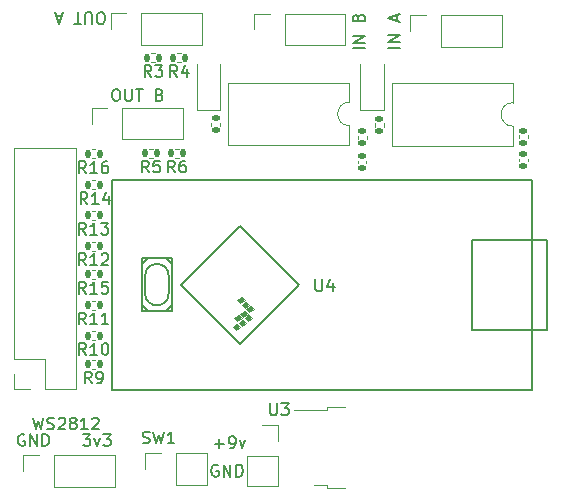
<source format=gto>
G04 #@! TF.GenerationSoftware,KiCad,Pcbnew,(6.0.5)*
G04 #@! TF.CreationDate,2022-06-14T17:18:27+02:00*
G04 #@! TF.ProjectId,midiperformer,6d696469-7065-4726-966f-726d65722e6b,rev?*
G04 #@! TF.SameCoordinates,Original*
G04 #@! TF.FileFunction,Legend,Top*
G04 #@! TF.FilePolarity,Positive*
%FSLAX46Y46*%
G04 Gerber Fmt 4.6, Leading zero omitted, Abs format (unit mm)*
G04 Created by KiCad (PCBNEW (6.0.5)) date 2022-06-14 17:18:27*
%MOMM*%
%LPD*%
G01*
G04 APERTURE LIST*
G04 Aperture macros list*
%AMRoundRect*
0 Rectangle with rounded corners*
0 $1 Rounding radius*
0 $2 $3 $4 $5 $6 $7 $8 $9 X,Y pos of 4 corners*
0 Add a 4 corners polygon primitive as box body*
4,1,4,$2,$3,$4,$5,$6,$7,$8,$9,$2,$3,0*
0 Add four circle primitives for the rounded corners*
1,1,$1+$1,$2,$3*
1,1,$1+$1,$4,$5*
1,1,$1+$1,$6,$7*
1,1,$1+$1,$8,$9*
0 Add four rect primitives between the rounded corners*
20,1,$1+$1,$2,$3,$4,$5,0*
20,1,$1+$1,$4,$5,$6,$7,0*
20,1,$1+$1,$6,$7,$8,$9,0*
20,1,$1+$1,$8,$9,$2,$3,0*%
G04 Aperture macros list end*
%ADD10C,0.150000*%
%ADD11C,0.120000*%
%ADD12C,0.100000*%
%ADD13RoundRect,0.135000X0.135000X0.185000X-0.135000X0.185000X-0.135000X-0.185000X0.135000X-0.185000X0*%
%ADD14R,1.700000X1.700000*%
%ADD15O,1.700000X1.700000*%
%ADD16R,1.200000X0.900000*%
%ADD17RoundRect,0.135000X-0.185000X0.135000X-0.185000X-0.135000X0.185000X-0.135000X0.185000X0.135000X0*%
%ADD18RoundRect,0.135000X0.185000X-0.135000X0.185000X0.135000X-0.185000X0.135000X-0.185000X-0.135000X0*%
%ADD19R,1.600000X1.600000*%
%ADD20C,1.600000*%
%ADD21RoundRect,0.140000X-0.170000X0.140000X-0.170000X-0.140000X0.170000X-0.140000X0.170000X0.140000X0*%
%ADD22O,1.600000X1.600000*%
%ADD23R,2.200000X1.200000*%
%ADD24R,6.400000X5.800000*%
%ADD25C,6.400000*%
G04 APERTURE END LIST*
D10*
X229652380Y-61804761D02*
X228652380Y-61804761D01*
X229652380Y-61328571D02*
X228652380Y-61328571D01*
X229652380Y-60757142D01*
X228652380Y-60757142D01*
X229128571Y-59185714D02*
X229176190Y-59042857D01*
X229223809Y-58995238D01*
X229319047Y-58947619D01*
X229461904Y-58947619D01*
X229557142Y-58995238D01*
X229604761Y-59042857D01*
X229652380Y-59138095D01*
X229652380Y-59519047D01*
X228652380Y-59519047D01*
X228652380Y-59185714D01*
X228700000Y-59090476D01*
X228747619Y-59042857D01*
X228842857Y-58995238D01*
X228938095Y-58995238D01*
X229033333Y-59042857D01*
X229080952Y-59090476D01*
X229128571Y-59185714D01*
X229128571Y-59519047D01*
X232652380Y-61733333D02*
X231652380Y-61733333D01*
X232652380Y-61257142D02*
X231652380Y-61257142D01*
X232652380Y-60685714D01*
X231652380Y-60685714D01*
X232366666Y-59495238D02*
X232366666Y-59019047D01*
X232652380Y-59590476D02*
X231652380Y-59257142D01*
X232652380Y-58923809D01*
X207409523Y-59747619D02*
X207219047Y-59747619D01*
X207123809Y-59700000D01*
X207028571Y-59604761D01*
X206980952Y-59414285D01*
X206980952Y-59080952D01*
X207028571Y-58890476D01*
X207123809Y-58795238D01*
X207219047Y-58747619D01*
X207409523Y-58747619D01*
X207504761Y-58795238D01*
X207600000Y-58890476D01*
X207647619Y-59080952D01*
X207647619Y-59414285D01*
X207600000Y-59604761D01*
X207504761Y-59700000D01*
X207409523Y-59747619D01*
X206552380Y-59747619D02*
X206552380Y-58938095D01*
X206504761Y-58842857D01*
X206457142Y-58795238D01*
X206361904Y-58747619D01*
X206171428Y-58747619D01*
X206076190Y-58795238D01*
X206028571Y-58842857D01*
X205980952Y-58938095D01*
X205980952Y-59747619D01*
X205647619Y-59747619D02*
X205076190Y-59747619D01*
X205361904Y-58747619D02*
X205361904Y-59747619D01*
X204028571Y-59033333D02*
X203552380Y-59033333D01*
X204123809Y-58747619D02*
X203790476Y-59747619D01*
X203457142Y-58747619D01*
X208519047Y-65252380D02*
X208709523Y-65252380D01*
X208804761Y-65300000D01*
X208900000Y-65395238D01*
X208947619Y-65585714D01*
X208947619Y-65919047D01*
X208900000Y-66109523D01*
X208804761Y-66204761D01*
X208709523Y-66252380D01*
X208519047Y-66252380D01*
X208423809Y-66204761D01*
X208328571Y-66109523D01*
X208280952Y-65919047D01*
X208280952Y-65585714D01*
X208328571Y-65395238D01*
X208423809Y-65300000D01*
X208519047Y-65252380D01*
X209376190Y-65252380D02*
X209376190Y-66061904D01*
X209423809Y-66157142D01*
X209471428Y-66204761D01*
X209566666Y-66252380D01*
X209757142Y-66252380D01*
X209852380Y-66204761D01*
X209900000Y-66157142D01*
X209947619Y-66061904D01*
X209947619Y-65252380D01*
X210280952Y-65252380D02*
X210852380Y-65252380D01*
X210566666Y-66252380D02*
X210566666Y-65252380D01*
X212280952Y-65728571D02*
X212423809Y-65776190D01*
X212471428Y-65823809D01*
X212519047Y-65919047D01*
X212519047Y-66061904D01*
X212471428Y-66157142D01*
X212423809Y-66204761D01*
X212328571Y-66252380D01*
X211947619Y-66252380D01*
X211947619Y-65252380D01*
X212280952Y-65252380D01*
X212376190Y-65300000D01*
X212423809Y-65347619D01*
X212471428Y-65442857D01*
X212471428Y-65538095D01*
X212423809Y-65633333D01*
X212376190Y-65680952D01*
X212280952Y-65728571D01*
X211947619Y-65728571D01*
X201590476Y-93052380D02*
X201828571Y-94052380D01*
X202019047Y-93338095D01*
X202209523Y-94052380D01*
X202447619Y-93052380D01*
X202780952Y-94004761D02*
X202923809Y-94052380D01*
X203161904Y-94052380D01*
X203257142Y-94004761D01*
X203304761Y-93957142D01*
X203352380Y-93861904D01*
X203352380Y-93766666D01*
X203304761Y-93671428D01*
X203257142Y-93623809D01*
X203161904Y-93576190D01*
X202971428Y-93528571D01*
X202876190Y-93480952D01*
X202828571Y-93433333D01*
X202780952Y-93338095D01*
X202780952Y-93242857D01*
X202828571Y-93147619D01*
X202876190Y-93100000D01*
X202971428Y-93052380D01*
X203209523Y-93052380D01*
X203352380Y-93100000D01*
X203733333Y-93147619D02*
X203780952Y-93100000D01*
X203876190Y-93052380D01*
X204114285Y-93052380D01*
X204209523Y-93100000D01*
X204257142Y-93147619D01*
X204304761Y-93242857D01*
X204304761Y-93338095D01*
X204257142Y-93480952D01*
X203685714Y-94052380D01*
X204304761Y-94052380D01*
X204876190Y-93480952D02*
X204780952Y-93433333D01*
X204733333Y-93385714D01*
X204685714Y-93290476D01*
X204685714Y-93242857D01*
X204733333Y-93147619D01*
X204780952Y-93100000D01*
X204876190Y-93052380D01*
X205066666Y-93052380D01*
X205161904Y-93100000D01*
X205209523Y-93147619D01*
X205257142Y-93242857D01*
X205257142Y-93290476D01*
X205209523Y-93385714D01*
X205161904Y-93433333D01*
X205066666Y-93480952D01*
X204876190Y-93480952D01*
X204780952Y-93528571D01*
X204733333Y-93576190D01*
X204685714Y-93671428D01*
X204685714Y-93861904D01*
X204733333Y-93957142D01*
X204780952Y-94004761D01*
X204876190Y-94052380D01*
X205066666Y-94052380D01*
X205161904Y-94004761D01*
X205209523Y-93957142D01*
X205257142Y-93861904D01*
X205257142Y-93671428D01*
X205209523Y-93576190D01*
X205161904Y-93528571D01*
X205066666Y-93480952D01*
X206209523Y-94052380D02*
X205638095Y-94052380D01*
X205923809Y-94052380D02*
X205923809Y-93052380D01*
X205828571Y-93195238D01*
X205733333Y-93290476D01*
X205638095Y-93338095D01*
X206590476Y-93147619D02*
X206638095Y-93100000D01*
X206733333Y-93052380D01*
X206971428Y-93052380D01*
X207066666Y-93100000D01*
X207114285Y-93147619D01*
X207161904Y-93242857D01*
X207161904Y-93338095D01*
X207114285Y-93480952D01*
X206542857Y-94052380D01*
X207161904Y-94052380D01*
X205809523Y-94452380D02*
X206428571Y-94452380D01*
X206095238Y-94833333D01*
X206238095Y-94833333D01*
X206333333Y-94880952D01*
X206380952Y-94928571D01*
X206428571Y-95023809D01*
X206428571Y-95261904D01*
X206380952Y-95357142D01*
X206333333Y-95404761D01*
X206238095Y-95452380D01*
X205952380Y-95452380D01*
X205857142Y-95404761D01*
X205809523Y-95357142D01*
X206761904Y-94785714D02*
X207000000Y-95452380D01*
X207238095Y-94785714D01*
X207523809Y-94452380D02*
X208142857Y-94452380D01*
X207809523Y-94833333D01*
X207952380Y-94833333D01*
X208047619Y-94880952D01*
X208095238Y-94928571D01*
X208142857Y-95023809D01*
X208142857Y-95261904D01*
X208095238Y-95357142D01*
X208047619Y-95404761D01*
X207952380Y-95452380D01*
X207666666Y-95452380D01*
X207571428Y-95404761D01*
X207523809Y-95357142D01*
X200838095Y-94500000D02*
X200742857Y-94452380D01*
X200600000Y-94452380D01*
X200457142Y-94500000D01*
X200361904Y-94595238D01*
X200314285Y-94690476D01*
X200266666Y-94880952D01*
X200266666Y-95023809D01*
X200314285Y-95214285D01*
X200361904Y-95309523D01*
X200457142Y-95404761D01*
X200600000Y-95452380D01*
X200695238Y-95452380D01*
X200838095Y-95404761D01*
X200885714Y-95357142D01*
X200885714Y-95023809D01*
X200695238Y-95023809D01*
X201314285Y-95452380D02*
X201314285Y-94452380D01*
X201885714Y-95452380D01*
X201885714Y-94452380D01*
X202361904Y-95452380D02*
X202361904Y-94452380D01*
X202600000Y-94452380D01*
X202742857Y-94500000D01*
X202838095Y-94595238D01*
X202885714Y-94690476D01*
X202933333Y-94880952D01*
X202933333Y-95023809D01*
X202885714Y-95214285D01*
X202838095Y-95309523D01*
X202742857Y-95404761D01*
X202600000Y-95452380D01*
X202361904Y-95452380D01*
X217238095Y-97100000D02*
X217142857Y-97052380D01*
X217000000Y-97052380D01*
X216857142Y-97100000D01*
X216761904Y-97195238D01*
X216714285Y-97290476D01*
X216666666Y-97480952D01*
X216666666Y-97623809D01*
X216714285Y-97814285D01*
X216761904Y-97909523D01*
X216857142Y-98004761D01*
X217000000Y-98052380D01*
X217095238Y-98052380D01*
X217238095Y-98004761D01*
X217285714Y-97957142D01*
X217285714Y-97623809D01*
X217095238Y-97623809D01*
X217714285Y-98052380D02*
X217714285Y-97052380D01*
X218285714Y-98052380D01*
X218285714Y-97052380D01*
X218761904Y-98052380D02*
X218761904Y-97052380D01*
X219000000Y-97052380D01*
X219142857Y-97100000D01*
X219238095Y-97195238D01*
X219285714Y-97290476D01*
X219333333Y-97480952D01*
X219333333Y-97623809D01*
X219285714Y-97814285D01*
X219238095Y-97909523D01*
X219142857Y-98004761D01*
X219000000Y-98052380D01*
X218761904Y-98052380D01*
X216961904Y-95271428D02*
X217723809Y-95271428D01*
X217342857Y-95652380D02*
X217342857Y-94890476D01*
X218247619Y-95652380D02*
X218438095Y-95652380D01*
X218533333Y-95604761D01*
X218580952Y-95557142D01*
X218676190Y-95414285D01*
X218723809Y-95223809D01*
X218723809Y-94842857D01*
X218676190Y-94747619D01*
X218628571Y-94700000D01*
X218533333Y-94652380D01*
X218342857Y-94652380D01*
X218247619Y-94700000D01*
X218200000Y-94747619D01*
X218152380Y-94842857D01*
X218152380Y-95080952D01*
X218200000Y-95176190D01*
X218247619Y-95223809D01*
X218342857Y-95271428D01*
X218533333Y-95271428D01*
X218628571Y-95223809D01*
X218676190Y-95176190D01*
X218723809Y-95080952D01*
X219057142Y-94985714D02*
X219295238Y-95652380D01*
X219533333Y-94985714D01*
X213783333Y-64222380D02*
X213450000Y-63746190D01*
X213211904Y-64222380D02*
X213211904Y-63222380D01*
X213592857Y-63222380D01*
X213688095Y-63270000D01*
X213735714Y-63317619D01*
X213783333Y-63412857D01*
X213783333Y-63555714D01*
X213735714Y-63650952D01*
X213688095Y-63698571D01*
X213592857Y-63746190D01*
X213211904Y-63746190D01*
X214640476Y-63555714D02*
X214640476Y-64222380D01*
X214402380Y-63174761D02*
X214164285Y-63889047D01*
X214783333Y-63889047D01*
X206057143Y-87762380D02*
X205723810Y-87286190D01*
X205485715Y-87762380D02*
X205485715Y-86762380D01*
X205866667Y-86762380D01*
X205961905Y-86810000D01*
X206009524Y-86857619D01*
X206057143Y-86952857D01*
X206057143Y-87095714D01*
X206009524Y-87190952D01*
X205961905Y-87238571D01*
X205866667Y-87286190D01*
X205485715Y-87286190D01*
X207009524Y-87762380D02*
X206438096Y-87762380D01*
X206723810Y-87762380D02*
X206723810Y-86762380D01*
X206628572Y-86905238D01*
X206533334Y-87000476D01*
X206438096Y-87048095D01*
X207628572Y-86762380D02*
X207723810Y-86762380D01*
X207819048Y-86810000D01*
X207866667Y-86857619D01*
X207914286Y-86952857D01*
X207961905Y-87143333D01*
X207961905Y-87381428D01*
X207914286Y-87571904D01*
X207866667Y-87667142D01*
X207819048Y-87714761D01*
X207723810Y-87762380D01*
X207628572Y-87762380D01*
X207533334Y-87714761D01*
X207485715Y-87667142D01*
X207438096Y-87571904D01*
X207390477Y-87381428D01*
X207390477Y-87143333D01*
X207438096Y-86952857D01*
X207485715Y-86857619D01*
X207533334Y-86810000D01*
X207628572Y-86762380D01*
X206533334Y-90162380D02*
X206200001Y-89686190D01*
X205961905Y-90162380D02*
X205961905Y-89162380D01*
X206342858Y-89162380D01*
X206438096Y-89210000D01*
X206485715Y-89257619D01*
X206533334Y-89352857D01*
X206533334Y-89495714D01*
X206485715Y-89590952D01*
X206438096Y-89638571D01*
X206342858Y-89686190D01*
X205961905Y-89686190D01*
X207009524Y-90162380D02*
X207200001Y-90162380D01*
X207295239Y-90114761D01*
X207342858Y-90067142D01*
X207438096Y-89924285D01*
X207485715Y-89733809D01*
X207485715Y-89352857D01*
X207438096Y-89257619D01*
X207390477Y-89210000D01*
X207295239Y-89162380D01*
X207104762Y-89162380D01*
X207009524Y-89210000D01*
X206961905Y-89257619D01*
X206914286Y-89352857D01*
X206914286Y-89590952D01*
X206961905Y-89686190D01*
X207009524Y-89733809D01*
X207104762Y-89781428D01*
X207295239Y-89781428D01*
X207390477Y-89733809D01*
X207438096Y-89686190D01*
X207485715Y-89590952D01*
X210866666Y-95204761D02*
X211009523Y-95252380D01*
X211247619Y-95252380D01*
X211342857Y-95204761D01*
X211390476Y-95157142D01*
X211438095Y-95061904D01*
X211438095Y-94966666D01*
X211390476Y-94871428D01*
X211342857Y-94823809D01*
X211247619Y-94776190D01*
X211057142Y-94728571D01*
X210961904Y-94680952D01*
X210914285Y-94633333D01*
X210866666Y-94538095D01*
X210866666Y-94442857D01*
X210914285Y-94347619D01*
X210961904Y-94300000D01*
X211057142Y-94252380D01*
X211295238Y-94252380D01*
X211438095Y-94300000D01*
X211771428Y-94252380D02*
X212009523Y-95252380D01*
X212200000Y-94538095D01*
X212390476Y-95252380D01*
X212628571Y-94252380D01*
X213533333Y-95252380D02*
X212961904Y-95252380D01*
X213247619Y-95252380D02*
X213247619Y-94252380D01*
X213152380Y-94395238D01*
X213057142Y-94490476D01*
X212961904Y-94538095D01*
X211388333Y-72297380D02*
X211055000Y-71821190D01*
X210816904Y-72297380D02*
X210816904Y-71297380D01*
X211197857Y-71297380D01*
X211293095Y-71345000D01*
X211340714Y-71392619D01*
X211388333Y-71487857D01*
X211388333Y-71630714D01*
X211340714Y-71725952D01*
X211293095Y-71773571D01*
X211197857Y-71821190D01*
X210816904Y-71821190D01*
X212293095Y-71297380D02*
X211816904Y-71297380D01*
X211769285Y-71773571D01*
X211816904Y-71725952D01*
X211912142Y-71678333D01*
X212150238Y-71678333D01*
X212245476Y-71725952D01*
X212293095Y-71773571D01*
X212340714Y-71868809D01*
X212340714Y-72106904D01*
X212293095Y-72202142D01*
X212245476Y-72249761D01*
X212150238Y-72297380D01*
X211912142Y-72297380D01*
X211816904Y-72249761D01*
X211769285Y-72202142D01*
X213588333Y-72297380D02*
X213255000Y-71821190D01*
X213016904Y-72297380D02*
X213016904Y-71297380D01*
X213397857Y-71297380D01*
X213493095Y-71345000D01*
X213540714Y-71392619D01*
X213588333Y-71487857D01*
X213588333Y-71630714D01*
X213540714Y-71725952D01*
X213493095Y-71773571D01*
X213397857Y-71821190D01*
X213016904Y-71821190D01*
X214445476Y-71297380D02*
X214255000Y-71297380D01*
X214159761Y-71345000D01*
X214112142Y-71392619D01*
X214016904Y-71535476D01*
X213969285Y-71725952D01*
X213969285Y-72106904D01*
X214016904Y-72202142D01*
X214064523Y-72249761D01*
X214159761Y-72297380D01*
X214350238Y-72297380D01*
X214445476Y-72249761D01*
X214493095Y-72202142D01*
X214540714Y-72106904D01*
X214540714Y-71868809D01*
X214493095Y-71773571D01*
X214445476Y-71725952D01*
X214350238Y-71678333D01*
X214159761Y-71678333D01*
X214064523Y-71725952D01*
X214016904Y-71773571D01*
X213969285Y-71868809D01*
X225488095Y-81352380D02*
X225488095Y-82161904D01*
X225535714Y-82257142D01*
X225583333Y-82304761D01*
X225678571Y-82352380D01*
X225869047Y-82352380D01*
X225964285Y-82304761D01*
X226011904Y-82257142D01*
X226059523Y-82161904D01*
X226059523Y-81352380D01*
X226964285Y-81685714D02*
X226964285Y-82352380D01*
X226726190Y-81304761D02*
X226488095Y-82019047D01*
X227107142Y-82019047D01*
X206057143Y-72362380D02*
X205723810Y-71886190D01*
X205485715Y-72362380D02*
X205485715Y-71362380D01*
X205866667Y-71362380D01*
X205961905Y-71410000D01*
X206009524Y-71457619D01*
X206057143Y-71552857D01*
X206057143Y-71695714D01*
X206009524Y-71790952D01*
X205961905Y-71838571D01*
X205866667Y-71886190D01*
X205485715Y-71886190D01*
X207009524Y-72362380D02*
X206438096Y-72362380D01*
X206723810Y-72362380D02*
X206723810Y-71362380D01*
X206628572Y-71505238D01*
X206533334Y-71600476D01*
X206438096Y-71648095D01*
X207866667Y-71362380D02*
X207676191Y-71362380D01*
X207580953Y-71410000D01*
X207533334Y-71457619D01*
X207438096Y-71600476D01*
X207390477Y-71790952D01*
X207390477Y-72171904D01*
X207438096Y-72267142D01*
X207485715Y-72314761D01*
X207580953Y-72362380D01*
X207771429Y-72362380D01*
X207866667Y-72314761D01*
X207914286Y-72267142D01*
X207961905Y-72171904D01*
X207961905Y-71933809D01*
X207914286Y-71838571D01*
X207866667Y-71790952D01*
X207771429Y-71743333D01*
X207580953Y-71743333D01*
X207485715Y-71790952D01*
X207438096Y-71838571D01*
X207390477Y-71933809D01*
X206057143Y-77562380D02*
X205723810Y-77086190D01*
X205485715Y-77562380D02*
X205485715Y-76562380D01*
X205866667Y-76562380D01*
X205961905Y-76610000D01*
X206009524Y-76657619D01*
X206057143Y-76752857D01*
X206057143Y-76895714D01*
X206009524Y-76990952D01*
X205961905Y-77038571D01*
X205866667Y-77086190D01*
X205485715Y-77086190D01*
X207009524Y-77562380D02*
X206438096Y-77562380D01*
X206723810Y-77562380D02*
X206723810Y-76562380D01*
X206628572Y-76705238D01*
X206533334Y-76800476D01*
X206438096Y-76848095D01*
X207342858Y-76562380D02*
X207961905Y-76562380D01*
X207628572Y-76943333D01*
X207771429Y-76943333D01*
X207866667Y-76990952D01*
X207914286Y-77038571D01*
X207961905Y-77133809D01*
X207961905Y-77371904D01*
X207914286Y-77467142D01*
X207866667Y-77514761D01*
X207771429Y-77562380D01*
X207485715Y-77562380D01*
X207390477Y-77514761D01*
X207342858Y-77467142D01*
X211583333Y-64222380D02*
X211250000Y-63746190D01*
X211011904Y-64222380D02*
X211011904Y-63222380D01*
X211392857Y-63222380D01*
X211488095Y-63270000D01*
X211535714Y-63317619D01*
X211583333Y-63412857D01*
X211583333Y-63555714D01*
X211535714Y-63650952D01*
X211488095Y-63698571D01*
X211392857Y-63746190D01*
X211011904Y-63746190D01*
X211916666Y-63222380D02*
X212535714Y-63222380D01*
X212202380Y-63603333D01*
X212345238Y-63603333D01*
X212440476Y-63650952D01*
X212488095Y-63698571D01*
X212535714Y-63793809D01*
X212535714Y-64031904D01*
X212488095Y-64127142D01*
X212440476Y-64174761D01*
X212345238Y-64222380D01*
X212059523Y-64222380D01*
X211964285Y-64174761D01*
X211916666Y-64127142D01*
X206167143Y-74992380D02*
X205833810Y-74516190D01*
X205595715Y-74992380D02*
X205595715Y-73992380D01*
X205976667Y-73992380D01*
X206071905Y-74040000D01*
X206119524Y-74087619D01*
X206167143Y-74182857D01*
X206167143Y-74325714D01*
X206119524Y-74420952D01*
X206071905Y-74468571D01*
X205976667Y-74516190D01*
X205595715Y-74516190D01*
X207119524Y-74992380D02*
X206548096Y-74992380D01*
X206833810Y-74992380D02*
X206833810Y-73992380D01*
X206738572Y-74135238D01*
X206643334Y-74230476D01*
X206548096Y-74278095D01*
X207976667Y-74325714D02*
X207976667Y-74992380D01*
X207738572Y-73944761D02*
X207500477Y-74659047D01*
X208119524Y-74659047D01*
X221638095Y-91852380D02*
X221638095Y-92661904D01*
X221685714Y-92757142D01*
X221733333Y-92804761D01*
X221828571Y-92852380D01*
X222019047Y-92852380D01*
X222114285Y-92804761D01*
X222161904Y-92757142D01*
X222209523Y-92661904D01*
X222209523Y-91852380D01*
X222590476Y-91852380D02*
X223209523Y-91852380D01*
X222876190Y-92233333D01*
X223019047Y-92233333D01*
X223114285Y-92280952D01*
X223161904Y-92328571D01*
X223209523Y-92423809D01*
X223209523Y-92661904D01*
X223161904Y-92757142D01*
X223114285Y-92804761D01*
X223019047Y-92852380D01*
X222733333Y-92852380D01*
X222638095Y-92804761D01*
X222590476Y-92757142D01*
X206057143Y-80162380D02*
X205723810Y-79686190D01*
X205485715Y-80162380D02*
X205485715Y-79162380D01*
X205866667Y-79162380D01*
X205961905Y-79210000D01*
X206009524Y-79257619D01*
X206057143Y-79352857D01*
X206057143Y-79495714D01*
X206009524Y-79590952D01*
X205961905Y-79638571D01*
X205866667Y-79686190D01*
X205485715Y-79686190D01*
X207009524Y-80162380D02*
X206438096Y-80162380D01*
X206723810Y-80162380D02*
X206723810Y-79162380D01*
X206628572Y-79305238D01*
X206533334Y-79400476D01*
X206438096Y-79448095D01*
X207390477Y-79257619D02*
X207438096Y-79210000D01*
X207533334Y-79162380D01*
X207771429Y-79162380D01*
X207866667Y-79210000D01*
X207914286Y-79257619D01*
X207961905Y-79352857D01*
X207961905Y-79448095D01*
X207914286Y-79590952D01*
X207342858Y-80162380D01*
X207961905Y-80162380D01*
X206057143Y-82562380D02*
X205723810Y-82086190D01*
X205485715Y-82562380D02*
X205485715Y-81562380D01*
X205866667Y-81562380D01*
X205961905Y-81610000D01*
X206009524Y-81657619D01*
X206057143Y-81752857D01*
X206057143Y-81895714D01*
X206009524Y-81990952D01*
X205961905Y-82038571D01*
X205866667Y-82086190D01*
X205485715Y-82086190D01*
X207009524Y-82562380D02*
X206438096Y-82562380D01*
X206723810Y-82562380D02*
X206723810Y-81562380D01*
X206628572Y-81705238D01*
X206533334Y-81800476D01*
X206438096Y-81848095D01*
X207914286Y-81562380D02*
X207438096Y-81562380D01*
X207390477Y-82038571D01*
X207438096Y-81990952D01*
X207533334Y-81943333D01*
X207771429Y-81943333D01*
X207866667Y-81990952D01*
X207914286Y-82038571D01*
X207961905Y-82133809D01*
X207961905Y-82371904D01*
X207914286Y-82467142D01*
X207866667Y-82514761D01*
X207771429Y-82562380D01*
X207533334Y-82562380D01*
X207438096Y-82514761D01*
X207390477Y-82467142D01*
X206057143Y-85162380D02*
X205723810Y-84686190D01*
X205485715Y-85162380D02*
X205485715Y-84162380D01*
X205866667Y-84162380D01*
X205961905Y-84210000D01*
X206009524Y-84257619D01*
X206057143Y-84352857D01*
X206057143Y-84495714D01*
X206009524Y-84590952D01*
X205961905Y-84638571D01*
X205866667Y-84686190D01*
X205485715Y-84686190D01*
X207009524Y-85162380D02*
X206438096Y-85162380D01*
X206723810Y-85162380D02*
X206723810Y-84162380D01*
X206628572Y-84305238D01*
X206533334Y-84400476D01*
X206438096Y-84448095D01*
X207961905Y-85162380D02*
X207390477Y-85162380D01*
X207676191Y-85162380D02*
X207676191Y-84162380D01*
X207580953Y-84305238D01*
X207485715Y-84400476D01*
X207390477Y-84448095D01*
D11*
X214103641Y-62980000D02*
X213796359Y-62980000D01*
X214103641Y-62220000D02*
X213796359Y-62220000D01*
X206545000Y-66845000D02*
X207875000Y-66845000D01*
X214285000Y-69505000D02*
X214285000Y-66845000D01*
X209145000Y-69505000D02*
X214285000Y-69505000D01*
X206545000Y-68175000D02*
X206545000Y-66845000D01*
X209145000Y-66845000D02*
X214285000Y-66845000D01*
X209145000Y-69505000D02*
X209145000Y-66845000D01*
X206853642Y-85760000D02*
X206546360Y-85760000D01*
X206853642Y-86520000D02*
X206546360Y-86520000D01*
X206853642Y-88920000D02*
X206546360Y-88920000D01*
X206853642Y-88160000D02*
X206546360Y-88160000D01*
X215437745Y-66992256D02*
X217437745Y-66992256D01*
X217437745Y-66992256D02*
X217437745Y-63092256D01*
X215437745Y-66992256D02*
X215437745Y-63092256D01*
X242700000Y-69116359D02*
X242700000Y-69423641D01*
X243460000Y-69116359D02*
X243460000Y-69423641D01*
X215885000Y-61505000D02*
X215885000Y-58845000D01*
X210745000Y-58845000D02*
X215885000Y-58845000D01*
X210745000Y-61505000D02*
X210745000Y-58845000D01*
X210745000Y-61505000D02*
X215885000Y-61505000D01*
X208145000Y-60175000D02*
X208145000Y-58845000D01*
X208145000Y-58845000D02*
X209475000Y-58845000D01*
X216657745Y-68385897D02*
X216657745Y-68078615D01*
X217417745Y-68385897D02*
X217417745Y-68078615D01*
X213670000Y-96070000D02*
X216270000Y-96070000D01*
X211070000Y-96070000D02*
X212400000Y-96070000D01*
X216270000Y-98730000D02*
X216270000Y-96070000D01*
X211070000Y-97400000D02*
X211070000Y-96070000D01*
X213670000Y-98730000D02*
X216270000Y-98730000D01*
X213670000Y-98730000D02*
X213670000Y-96070000D01*
X211708641Y-71055000D02*
X211401359Y-71055000D01*
X211708641Y-70295000D02*
X211401359Y-70295000D01*
X213908641Y-71055000D02*
X213601359Y-71055000D01*
X213908641Y-70295000D02*
X213601359Y-70295000D01*
X222870000Y-61530000D02*
X222870000Y-58870000D01*
X220270000Y-58870000D02*
X221600000Y-58870000D01*
X220270000Y-60200000D02*
X220270000Y-58870000D01*
X228010000Y-61530000D02*
X228010000Y-58870000D01*
X222870000Y-58870000D02*
X228010000Y-58870000D01*
X222870000Y-61530000D02*
X228010000Y-61530000D01*
X202570001Y-90670000D02*
X202570001Y-88070000D01*
X199970001Y-90670000D02*
X199970001Y-89340000D01*
X205170001Y-90670000D02*
X202570001Y-90670000D01*
X201300001Y-90670000D02*
X199970001Y-90670000D01*
X205170001Y-70230000D02*
X199970001Y-70230000D01*
X199970001Y-88070000D02*
X199970001Y-70230000D01*
X205170001Y-90670000D02*
X205170001Y-70230000D01*
X202570001Y-88070000D02*
X199970001Y-88070000D01*
D10*
X210810000Y-83550000D02*
X211310000Y-84050000D01*
X213360000Y-79550000D02*
X212810000Y-79550000D01*
X208280000Y-72910000D02*
X243840000Y-72910000D01*
X238760000Y-85610000D02*
X243840000Y-85610000D01*
X245110000Y-77990000D02*
X245110000Y-85610000D01*
X219060000Y-76800000D02*
X214060000Y-81800000D01*
X213310000Y-83550000D02*
X212810000Y-84050000D01*
X211310000Y-84050000D02*
X212810000Y-84050000D01*
X224060000Y-81800000D02*
X219060000Y-76800000D01*
X212810000Y-79550000D02*
X213310000Y-80050000D01*
X238760000Y-77990000D02*
X243840000Y-77990000D01*
X213060000Y-82550000D02*
X213060000Y-81050000D01*
X238760000Y-77990000D02*
X238760000Y-85610000D01*
X210810000Y-84050000D02*
X210820000Y-79550000D01*
X208280000Y-90690000D02*
X208280000Y-72910000D01*
X213360000Y-84050000D02*
X210820000Y-84050000D01*
X243840000Y-72910000D02*
X243840000Y-90690000D01*
X243840000Y-90690000D02*
X208280000Y-90690000D01*
X243840000Y-77990000D02*
X245110000Y-77990000D01*
X213360000Y-79550000D02*
X213360000Y-84050000D01*
X211060000Y-81050000D02*
X211060000Y-82550000D01*
X210820000Y-79550000D02*
X213360000Y-79550000D01*
X219060000Y-86800000D02*
X224060000Y-81800000D01*
X245110000Y-85610000D02*
X243840000Y-85610000D01*
X214060000Y-81800000D02*
X219060000Y-86800000D01*
X210810000Y-80050000D02*
X211310000Y-79550000D01*
X213060000Y-81050000D02*
G75*
G03*
X211060000Y-81050000I-1000000J0D01*
G01*
X211060000Y-82550000D02*
G75*
G03*
X213060000Y-82550000I1000000J0D01*
G01*
G36*
X219746000Y-84252000D02*
G01*
X219365000Y-84506000D01*
X219111000Y-84252000D01*
X219492000Y-83998000D01*
X219746000Y-84252000D01*
G37*
D12*
X219746000Y-84252000D02*
X219365000Y-84506000D01*
X219111000Y-84252000D01*
X219492000Y-83998000D01*
X219746000Y-84252000D01*
G36*
X220127000Y-84633000D02*
G01*
X219746000Y-84887000D01*
X219492000Y-84633000D01*
X219873000Y-84379000D01*
X220127000Y-84633000D01*
G37*
X220127000Y-84633000D02*
X219746000Y-84887000D01*
X219492000Y-84633000D01*
X219873000Y-84379000D01*
X220127000Y-84633000D01*
G36*
X219492000Y-83109000D02*
G01*
X219111000Y-83363000D01*
X218857000Y-83109000D01*
X219238000Y-82855000D01*
X219492000Y-83109000D01*
G37*
X219492000Y-83109000D02*
X219111000Y-83363000D01*
X218857000Y-83109000D01*
X219238000Y-82855000D01*
X219492000Y-83109000D01*
G36*
X219619000Y-85014000D02*
G01*
X219238000Y-85268000D01*
X218984000Y-85014000D01*
X219365000Y-84760000D01*
X219619000Y-85014000D01*
G37*
X219619000Y-85014000D02*
X219238000Y-85268000D01*
X218984000Y-85014000D01*
X219365000Y-84760000D01*
X219619000Y-85014000D01*
G36*
X219873000Y-83490000D02*
G01*
X219492000Y-83744000D01*
X219238000Y-83490000D01*
X219619000Y-83236000D01*
X219873000Y-83490000D01*
G37*
X219873000Y-83490000D02*
X219492000Y-83744000D01*
X219238000Y-83490000D01*
X219619000Y-83236000D01*
X219873000Y-83490000D01*
G36*
X220254000Y-83871000D02*
G01*
X219873000Y-84125000D01*
X219619000Y-83871000D01*
X220000000Y-83617000D01*
X220254000Y-83871000D01*
G37*
X220254000Y-83871000D02*
X219873000Y-84125000D01*
X219619000Y-83871000D01*
X220000000Y-83617000D01*
X220254000Y-83871000D01*
G36*
X219238000Y-84633000D02*
G01*
X218857000Y-84887000D01*
X218603000Y-84633000D01*
X218984000Y-84379000D01*
X219238000Y-84633000D01*
G37*
X219238000Y-84633000D02*
X218857000Y-84887000D01*
X218603000Y-84633000D01*
X218984000Y-84379000D01*
X219238000Y-84633000D01*
G36*
X219111000Y-85395000D02*
G01*
X218730000Y-85649000D01*
X218476000Y-85395000D01*
X218857000Y-85141000D01*
X219111000Y-85395000D01*
G37*
X219111000Y-85395000D02*
X218730000Y-85649000D01*
X218476000Y-85395000D01*
X218857000Y-85141000D01*
X219111000Y-85395000D01*
D11*
X241270000Y-61672256D02*
X241270000Y-59012256D01*
X236130000Y-59012256D02*
X241270000Y-59012256D01*
X236130000Y-61672256D02*
X241270000Y-61672256D01*
X236130000Y-61672256D02*
X236130000Y-59012256D01*
X233530000Y-60342256D02*
X233530000Y-59012256D01*
X233530000Y-59012256D02*
X234860000Y-59012256D01*
X231260000Y-68423641D02*
X231260000Y-68116359D01*
X230500000Y-68423641D02*
X230500000Y-68116359D01*
X206853642Y-71120000D02*
X206546360Y-71120000D01*
X206853642Y-70360000D02*
X206546360Y-70360000D01*
X229077745Y-71324420D02*
X229077745Y-71540092D01*
X229797745Y-71324420D02*
X229797745Y-71540092D01*
X231930000Y-70040000D02*
X242210000Y-70040000D01*
X242210000Y-66390000D02*
X242210000Y-64740000D01*
X231930000Y-64740000D02*
X231930000Y-70040000D01*
X242210000Y-64740000D02*
X231930000Y-64740000D01*
X242210000Y-70040000D02*
X242210000Y-68390000D01*
X242210000Y-66390000D02*
G75*
G03*
X242210000Y-68390000I0J-1000000D01*
G01*
X206853642Y-76320000D02*
X206546360Y-76320000D01*
X206853642Y-75560000D02*
X206546360Y-75560000D01*
X211903641Y-62980000D02*
X211596359Y-62980000D01*
X211903641Y-62220000D02*
X211596359Y-62220000D01*
X206853642Y-72960000D02*
X206546360Y-72960000D01*
X206853642Y-73720000D02*
X206546360Y-73720000D01*
X229280000Y-67030000D02*
X231280000Y-67030000D01*
X229280000Y-67030000D02*
X229280000Y-63130000D01*
X231280000Y-67030000D02*
X231280000Y-63130000D01*
X226505000Y-92150000D02*
X226505000Y-92420000D01*
X228005000Y-92150000D02*
X226505000Y-92150000D01*
X226505000Y-92420000D02*
X223675000Y-92420000D01*
X228005000Y-99050000D02*
X226505000Y-99050000D01*
X226505000Y-99050000D02*
X226505000Y-98780000D01*
X226505000Y-98780000D02*
X225405000Y-98780000D01*
X206853642Y-78920000D02*
X206546360Y-78920000D01*
X206853642Y-78160000D02*
X206546360Y-78160000D01*
X243440000Y-71152164D02*
X243440000Y-71367836D01*
X242720000Y-71152164D02*
X242720000Y-71367836D01*
X206853642Y-80560000D02*
X206546360Y-80560000D01*
X206853642Y-81320000D02*
X206546360Y-81320000D01*
X206853642Y-83920000D02*
X206546360Y-83920000D01*
X206853642Y-83160000D02*
X206546360Y-83160000D01*
X203345000Y-96245000D02*
X208485000Y-96245000D01*
X200745000Y-97575000D02*
X200745000Y-96245000D01*
X203345000Y-98905000D02*
X203345000Y-96245000D01*
X203345000Y-98905000D02*
X208485000Y-98905000D01*
X200745000Y-96245000D02*
X202075000Y-96245000D01*
X208485000Y-98905000D02*
X208485000Y-96245000D01*
X229057745Y-69188615D02*
X229057745Y-69495897D01*
X229817745Y-69188615D02*
X229817745Y-69495897D01*
X219670000Y-96270000D02*
X219670000Y-98870000D01*
X221000000Y-93670000D02*
X222330000Y-93670000D01*
X222330000Y-96270000D02*
X222330000Y-98870000D01*
X219670000Y-98870000D02*
X222330000Y-98870000D01*
X222330000Y-93670000D02*
X222330000Y-95000000D01*
X219670000Y-96270000D02*
X222330000Y-96270000D01*
X218087745Y-70002256D02*
X228367745Y-70002256D01*
X228367745Y-66352256D02*
X228367745Y-64702256D01*
X228367745Y-64702256D02*
X218087745Y-64702256D01*
X218087745Y-64702256D02*
X218087745Y-70002256D01*
X228367745Y-70002256D02*
X228367745Y-68352256D01*
X228367745Y-66352256D02*
G75*
G03*
X228367745Y-68352256I0J-1000000D01*
G01*
%LPC*%
D13*
X214460000Y-62600000D03*
X213440000Y-62600000D03*
D14*
X207875000Y-68175000D03*
D15*
X210415000Y-68175000D03*
X212955000Y-68175000D03*
D13*
X207210001Y-86140000D03*
X206190001Y-86140000D03*
X207210001Y-88540000D03*
X206190001Y-88540000D03*
D16*
X216437745Y-66392256D03*
X216437745Y-63092256D03*
D17*
X243080000Y-68760000D03*
X243080000Y-69780000D03*
D14*
X209475000Y-60175000D03*
D15*
X212015000Y-60175000D03*
X214555000Y-60175000D03*
D18*
X217037745Y-68742256D03*
X217037745Y-67722256D03*
D14*
X212400000Y-97400000D03*
D15*
X214940000Y-97400000D03*
D13*
X212065000Y-70675000D03*
X211045000Y-70675000D03*
X214265000Y-70675000D03*
X213245000Y-70675000D03*
D14*
X221600000Y-60200000D03*
D15*
X224140000Y-60200000D03*
X226680000Y-60200000D03*
D14*
X201300001Y-89340000D03*
D15*
X203840001Y-89340000D03*
X201300001Y-86800000D03*
X203840001Y-86800000D03*
X201300001Y-84260000D03*
X203840001Y-84260000D03*
X201300001Y-81720000D03*
X203840001Y-81720000D03*
X201300001Y-79180000D03*
X203840001Y-79180000D03*
X201300001Y-76640000D03*
X203840001Y-76640000D03*
X201300001Y-74100000D03*
X203840001Y-74100000D03*
X201300001Y-71560000D03*
X203840001Y-71560000D03*
D19*
X242570000Y-74180000D03*
D20*
X240030000Y-74180000D03*
X237490000Y-74180000D03*
X234950000Y-74180000D03*
X232410000Y-74180000D03*
X229870000Y-74180000D03*
X227330000Y-74180000D03*
X224790000Y-74180000D03*
X222250000Y-74180000D03*
X219710000Y-74180000D03*
X217170000Y-74180000D03*
X214630000Y-74180000D03*
X212090000Y-74180000D03*
X209550000Y-74180000D03*
X209550000Y-89420000D03*
X212090000Y-89420000D03*
X214630000Y-89420000D03*
X217170000Y-89420000D03*
X219710000Y-89420000D03*
X222250000Y-89420000D03*
X224790000Y-89420000D03*
X227330000Y-89420000D03*
X229870000Y-89420000D03*
X232410000Y-89420000D03*
X234950000Y-89420000D03*
X237490000Y-89420000D03*
X240030000Y-89420000D03*
X242570000Y-89420000D03*
D14*
X234860000Y-60342256D03*
D15*
X237400000Y-60342256D03*
X239940000Y-60342256D03*
D18*
X230880000Y-68780000D03*
X230880000Y-67760000D03*
D13*
X207210001Y-70740000D03*
X206190001Y-70740000D03*
D21*
X229437745Y-70952256D03*
X229437745Y-71912256D03*
D19*
X240880000Y-63580000D03*
D22*
X238340000Y-63580000D03*
X235800000Y-63580000D03*
X233260000Y-63580000D03*
X233260000Y-71200000D03*
X235800000Y-71200000D03*
X238340000Y-71200000D03*
X240880000Y-71200000D03*
D13*
X207210001Y-75940000D03*
X206190001Y-75940000D03*
X212260000Y-62600000D03*
X211240000Y-62600000D03*
X207210001Y-73340000D03*
X206190001Y-73340000D03*
D16*
X230280000Y-66430000D03*
X230280000Y-63130000D03*
D23*
X224775000Y-93320000D03*
D24*
X231075000Y-95600000D03*
D23*
X224775000Y-97880000D03*
D13*
X207210001Y-78540000D03*
X206190001Y-78540000D03*
D21*
X243080000Y-70780000D03*
X243080000Y-71740000D03*
D13*
X207210001Y-80940000D03*
X206190001Y-80940000D03*
X207210001Y-83540000D03*
X206190001Y-83540000D03*
D25*
X238600000Y-95000000D03*
D14*
X202075000Y-97575000D03*
D15*
X204615000Y-97575000D03*
X207155000Y-97575000D03*
D25*
X203800000Y-63600000D03*
D17*
X229437745Y-68832256D03*
X229437745Y-69852256D03*
D14*
X221000000Y-95000000D03*
D15*
X221000000Y-97540000D03*
D19*
X227037745Y-63542256D03*
D22*
X224497745Y-63542256D03*
X221957745Y-63542256D03*
X219417745Y-63542256D03*
X219417745Y-71162256D03*
X221957745Y-71162256D03*
X224497745Y-71162256D03*
X227037745Y-71162256D03*
M02*

</source>
